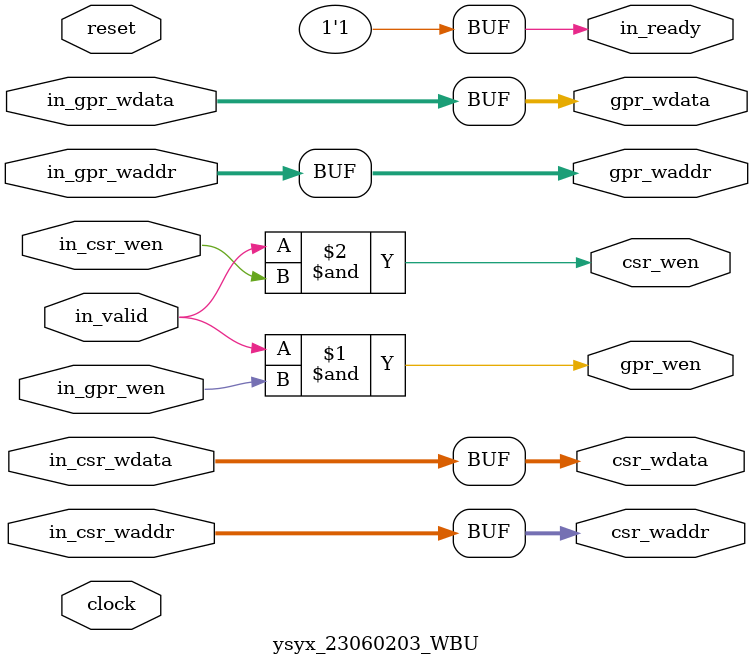
<source format=sv>
module ysyx_23060203_WBU (
  input clock, reset,

  // GPR
  output gpr_wen, // 写入使能
  output [4:0] gpr_waddr, // 写入地址
  output [31:0] gpr_wdata, // 写入数据

  // CSR
  output csr_wen, // 写入使能
  output [11:0] csr_waddr, // 写入地址
  output [31:0] csr_wdata, // 写入数据

  // 上游EXU输入
  output in_ready,
  input in_valid,
  input in_gpr_wen,
  input [4:0] in_gpr_waddr,
  input [31:0] in_gpr_wdata,
  input in_csr_wen,
  input [11:0] in_csr_waddr,
  input [31:0] in_csr_wdata

  `ifndef SYNTHESIS
    ,
    input [31:0] in_pc,
    input [31:0] in_inst
  `endif
);

  assign in_ready = 1;

  assign gpr_wen = in_valid & in_gpr_wen;
  assign gpr_waddr = in_gpr_waddr;
  assign gpr_wdata = in_gpr_wdata;

  assign csr_wen = in_valid & in_csr_wen;
  assign csr_waddr = in_csr_waddr;
  assign csr_wdata = in_csr_wdata;

  `ifndef SYNTHESIS
    reg db_valid;
    reg [31:0] db_pc, db_inst;
    always @(posedge clock) begin
      if (reset) begin
        db_valid <= 0;
      end else begin
        db_valid <= in_valid;
        db_pc <= in_pc;
        db_inst <= in_inst;
        if (csr_wen & ~(|csr_waddr)) begin // ebreak
          halt();
        end
      end

      if (db_valid) inst_complete(db_pc, db_inst);
    end
  `endif
endmodule

</source>
